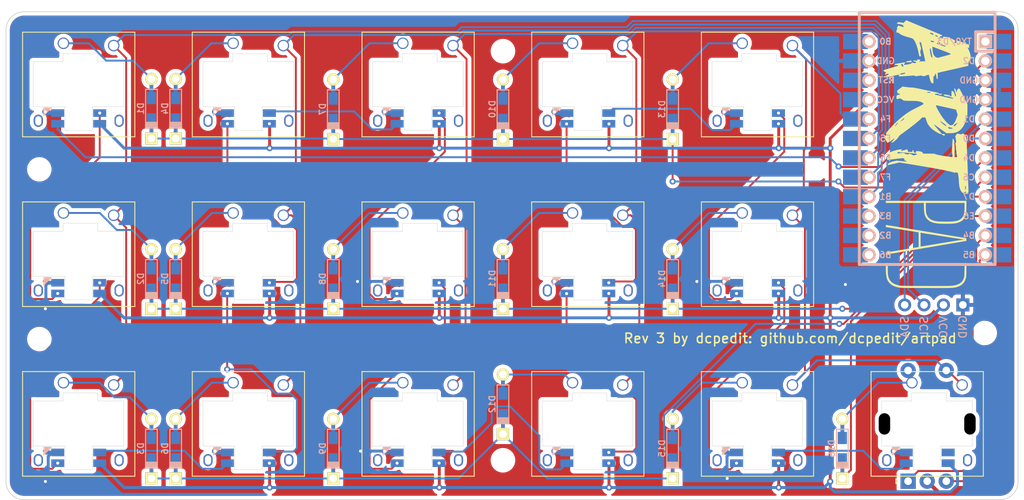
<source format=kicad_pcb>
(kicad_pcb (version 20211014) (generator pcbnew)
  (layers (0 "F.Cu" signal) (31 "B.Cu" signal) (34 "B.Paste" user) (35 "F.Paste" user) (36 "B.SilkS" user "B.Silkscreen") (37 "F.SilkS" user "F.Silkscreen") (38 "B.Mask" user) (39 "F.Mask" user) (44 "Edge.Cuts" user))
  (net 0 "")
  (net 1 "ENB")
  (net 2 "ENA")
  (net 3 "GND")
  (net 4 "Col0")
  (net 5 "Net-(D1-Pad2)")
  (net 6 "SDA")
  (net 7 "SCL")
  (net 8 "VDD")
  (net 9 "Net-(SW00-Pad2)")
  (net 10 "LED")
  (net 11 "Net-(D2-Pad2)")
  (net 12 "Net-(SW01-Pad2)")
  (net 13 "Net-(SW01-Pad4)")
  (net 14 "Net-(D3-Pad2)")
  (net 15 "Col1")
  (net 16 "Net-(SW02-Pad2)")
  (net 17 "Net-(D4-Pad2)")
  (net 18 "Col2")
  (net 19 "Net-(SW03-Pad2)")
  (net 20 "Net-(SW03-Pad4)")
  (net 21 "Net-(SW04-Pad2)")
  (net 22 "Net-(D5-Pad2)")
  (net 23 "Col3")
  (net 24 "Net-(SW10-Pad2)")
  (net 25 "Net-(D6-Pad2)")
  (net 26 "Net-(SW11-Pad4)")
  (net 27 "Net-(D7-Pad2)")
  (net 28 "Net-(SW12-Pad2)")
  (net 29 "Net-(D8-Pad2)")
  (net 30 "Net-(SW13-Pad4)")
  (net 31 "Net-(SW14-Pad2)")
  (net 32 "Net-(D9-Pad2)")
  (net 33 "Net-(SW20-Pad2)")
  (net 34 "Net-(D10-Pad2)")
  (net 35 "Net-(D11-Pad2)")
  (net 36 "Net-(SW22-Pad2)")
  (net 37 "Net-(D12-Pad2)")
  (net 38 "Net-(D13-Pad2)")
  (net 39 "Row0")
  (net 40 "Row2")
  (net 41 "Row3")
  (net 44 "Col4")
  (net 46 "Row1")
  (net 48 "Net-(D14-Pad2)")
  (net 49 "Net-(D15-Pad2)")
  (net 50 "Net-(D16-Pad2)")
  (net 51 "Net-(SW24-Pad2)")
  (footprint "Keebio-Parts:Diode-Hybrid-Back" (layer "F.Cu") (at 158.75 67.5375 -90)
    (fp_text reference "D13")
    (fp_text value "D" hide)
  )
  (footprint "Keebio-Parts:Diode-Hybrid-Back" (layer "F.Cu") (at 93.6625 67.46875 -90)
    (fp_text reference "D4")
    (fp_text value "D" hide)
  )
  (footprint "Artisan:SW_Kailh_Choc_Mini_RGB_1.00u" (layer "F.Cu") (at 125.4125 108.74375)
    (fp_text reference "SW22")
    (fp_text value "SW_PUSH_LED")
    (fp_line (start 2.5 -3) (end 2.5 -4.05) (layer "Edge.Cuts") (width 0.05))
    (fp_line (start -5.95 2.9) (end -1.8 2.9) (layer "Edge.Cuts") (width 0.05))
    (fp_line (start 1.8 5.992) (end 1.8 2.9) (layer "Edge.Cuts") (width 0.05))
    (fp_line (start -5.95 -3) (end -5.95 2.9) (layer "Edge.Cuts") (width 0.05))
    (fp_line (start 5.9 -3) (end 2.5 -3) (layer "Edge.Cuts") (width 0.05))
    (fp_line (start 2.5 -4.05) (end -2.05 -4.05) (layer "Edge.Cuts") (width 0.05))
    (fp_line (start -2.05 -4.05) (end -2.05 -3) (layer "Edge.Cuts") (width 0.05))
    (fp_line (start -1.8 5.992) (end 1.8 5.992) (layer "Edge.Cuts") (width 0.05))
    (fp_line (start 5.9 2.9) (end 5.9 -3) (layer "Edge.Cuts") (width 0.05))
    (fp_line (start -2.05 -3) (end -5.95 -3) (layer "Edge.Cuts") (width 0.05))
    (fp_line (start -1.8 2.9) (end -1.8 5.992) (layer "Edge.Cuts") (width 0.05))
    (fp_line (start 1.8 2.9) (end 5.9 2.9) (layer "Edge.Cuts") (width 0.05))
  )
  (footprint "Keebio-Parts:Diode-Hybrid-Back" (layer "F.Cu") (at 93.6625 111.9875 -90)
    (fp_text reference "D6")
    (fp_text value "D" hide)
  )
  (footprint "MountingHole:MountingHole_2.2mm_M2" (layer "F.Cu") (at 75.803125 97.63125)
    (fp_text reference "H2" hide)
    (fp_text value "MountingHole")
  )
  (footprint "MountingHole:MountingHole_2.2mm_M2" (layer "F.Cu") (at 177.403125 75.40625)
    (fp_text reference "H5" hide)
    (fp_text value "MountingHole")
  )
  (footprint "Artisan:SW_Kailh_Choc_Mini_RGB_1.00u" (layer "F.Cu") (at 80.9625 108.74375)
    (fp_text reference "SW20")
    (fp_text value "SW_PUSH_LED")
    (fp_line (start 5.9 2.9) (end 5.9 -3) (layer "Edge.Cuts") (width 0.05))
    (fp_line (start -1.8 2.9) (end -1.8 5.992) (layer "Edge.Cuts") (width 0.05))
    (fp_line (start 2.5 -4.05) (end -2.05 -4.05) (layer "Edge.Cuts") (width 0.05))
    (fp_line (start 1.8 5.992) (end 1.8 2.9) (layer "Edge.Cuts") (width 0.05))
    (fp_line (start 5.9 -3) (end 2.5 -3) (layer "Edge.Cuts") (width 0.05))
    (fp_line (start 1.8 2.9) (end 5.9 2.9) (layer "Edge.Cuts") (width 0.05))
    (fp_line (start -5.95 -3) (end -5.95 2.9) (layer "Edge.Cuts") (width 0.05))
    (fp_line (start -2.05 -3) (end -5.95 -3) (layer "Edge.Cuts") (width 0.05))
    (fp_line (start -2.05 -4.05) (end -2.05 -3) (layer "Edge.Cuts") (width 0.05))
    (fp_line (start -5.95 2.9) (end -1.8 2.9) (layer "Edge.Cuts") (width 0.05))
    (fp_line (start -1.8 5.992) (end 1.8 5.992) (layer "Edge.Cuts") (width 0.05))
    (fp_line (start 2.5 -3) (end 2.5 -4.05) (layer "Edge.Cuts") (width 0.05))
  )
  (footprint "Keebio-Parts:Diode-Hybrid-Back" (layer "F.Cu") (at 114.3 111.9875 -90)
    (fp_text reference "D9")
    (fp_text value "D" hide)
  )
  (footprint "Artisan:SW_Kailh_Choc_Mini_RGB_1.00u" (layer "F.Cu") (at 103.1875 86.51875)
    (fp_text reference "SW11")
    (fp_text value "SW_PUSH_LED")
    (fp_line (start -1.8 5.992) (end 1.8 5.992) (layer "Edge.Cuts") (width 0.05))
    (fp_line (start 5.9 -3) (end 2.5 -3) (layer "Edge.Cuts") (width 0.05))
    (fp_line (start 2.5 -3) (end 2.5 -4.05) (layer "Edge.Cuts") (width 0.05))
    (fp_line (start 1.8 2.9) (end 5.9 2.9) (layer "Edge.Cuts") (width 0.05))
    (fp_line (start -5.95 2.9) (end -1.8 2.9) (layer "Edge.Cuts") (width 0.05))
    (fp_line (start 5.9 2.9) (end 5.9 -3) (layer "Edge.Cuts") (width 0.05))
    (fp_line (start -2.05 -4.05) (end -2.05 -3) (layer "Edge.Cuts") (width 0.05))
    (fp_line (start -1.8 2.9) (end -1.8 5.992) (layer "Edge.Cuts") (width 0.05))
    (fp_line (start -2.05 -3) (end -5.95 -3) (layer "Edge.Cuts") (width 0.05))
    (fp_line (start -5.95 -3) (end -5.95 2.9) (layer "Edge.Cuts") (width 0.05))
    (fp_line (start 1.8 5.992) (end 1.8 2.9) (layer "Edge.Cuts") (width 0.05))
    (fp_line (start 2.5 -4.05) (end -2.05 -4.05) (layer "Edge.Cuts") (width 0.05))
  )
  (footprint "Keebio-Parts:Diode-Hybrid-Back" (layer "F.Cu") (at 114.3 67.5375 -90)
    (fp_text reference "D7")
    (fp_text value "D" hide)
  )
  (footprint "Keebio-Parts:Diode-Hybrid-Back" (layer "F.Cu") (at 114.3 89.7625 -90)
    (fp_text reference "D8")
    (fp_text value "D" hide)
  )
  (footprint "Keebio-Parts:Diode-Hybrid-Back" (layer "F.Cu") (at 136.525 67.5375 -90)
    (fp_text reference "D10")
    (fp_text value "D" hide)
  )
  (footprint "Artisan:SW_Kailh_Choc_Mini_RGB_1.00u" (layer "F.Cu") (at 169.8625 108.74375)
    (fp_text reference "SW24")
    (fp_text value "SW_PUSH_LED")
    (fp_line (start -2.05 -4.05) (end -2.05 -3) (layer "Edge.Cuts") (width 0.05))
    (fp_line (start -1.8 2.9) (end -1.8 5.992) (layer "Edge.Cuts") (width 0.05))
    (fp_line (start -2.05 -3) (end -5.95 -3) (layer "Edge.Cuts") (width 0.05))
    (fp_line (start 5.9 2.9) (end 5.9 -3) (layer "Edge.Cuts") (width 0.05))
    (fp_line (start 1.8 2.9) (end 5.9 2.9) (layer "Edge.Cuts") (width 0.05))
    (fp_line (start -5.95 -3) (end -5.95 2.9) (layer "Edge.Cuts") (width 0.05))
    (fp_line (start -5.95 2.9) (end -1.8 2.9) (layer "Edge.Cuts") (width 0.05))
    (fp_line (start 2.5 -3) (end 2.5 -4.05) (layer "Edge.Cuts") (width 0.05))
    (fp_line (start 5.9 -3) (end 2.5 -3) (layer "Edge.Cuts") (width 0.05))
    (fp_line (start 1.8 5.992) (end 1.8 2.9) (layer "Edge.Cuts") (width 0.05))
    (fp_line (start -1.8 5.992) (end 1.8 5.992) (layer "Edge.Cuts") (width 0.05))
    (fp_line (start 2.5 -4.05) (end -2.05 -4.05) (layer "Edge.Cuts") (width 0.05))
  )
  (footprint "Artisan:SW_Kailh_Choc_Mini_RGB_1.00u" (layer "F.Cu") (at 169.8625 64.29375)
    (fp_text reference "SW04")
    (fp_text value "SW_PUSH_LED")
    (fp_line (start 5.9 2.9) (end 5.9 -3) (layer "Edge.Cuts") (width 0.05))
    (fp_line (start -2.05 -3) (end -5.95 -3) (layer "Edge.Cuts") (width 0.05))
    (fp_line (start -5.95 -3) (end -5.95 2.9) (layer "Edge.Cuts") (width 0.05))
    (fp_line (start -2.05 -4.05) (end -2.05 -3) (layer "Edge.Cuts") (width 0.05))
    (fp_line (start -1.8 2.9) (end -1.8 5.992) (layer "Edge.Cuts") (width 0.05))
    (fp_line (start 2.5 -3) (end 2.5 -4.05) (layer "Edge.Cuts") (width 0.05))
    (fp_line (start 2.5 -4.05) (end -2.05 -4.05) (layer "Edge.Cuts") (width 0.05))
    (fp_line (start 5.9 -3) (end 2.5 -3) (layer "Edge.Cuts") (width 0.05))
    (fp_line (start 1.8 5.992) (end 1.8 2.9) (layer "Edge.Cuts") (width 0.05))
    (fp_line (start -1.8 5.992) (end 1.8 5.992) (layer "Edge.Cuts") (width 0.05))
    (fp_line (start 1.8 2.9) (end 5.9 2.9) (layer "Edge.Cuts") (width 0.05))
    (fp_line (start -5.95 2.9) (end -1.8 2.9) (layer "Edge.Cuts") (width 0.05))
  )
  (footprint "Artisan:SW_Kailh_Choc_Mini_RGB_1.00u" (layer "F.Cu") (at 169.8625 86.51875)
    (fp_text reference "SW14")
    (fp_text value "SW_PUSH_LED")
    (fp_line (start -2.05 -4.05) (end -2.05 -3) (layer "Edge.Cuts") (width 0.05))
    (fp_line (start 2.5 -3) (end 2.5 -4.05) (layer "Edge.Cuts") (width 0.05))
    (fp_line (start 5.9 -3) (end 2.5 -3) (layer "Edge.Cuts") (width 0.05))
    (fp_line (start -5.95 2.9) (end -1.8 2.9) (layer "Edge.Cuts") (width 0.05))
    (fp_line (start 1.8 2.9) (end 5.9 2.9) (layer "Edge.Cuts") (width 0.05))
    (fp_line (start 1.8 5.992) (end 1.8 2.9) (layer "Edge.Cuts") (width 0.05))
    (fp_line (start -1.8 2.9) (end -1.8 5.992) (layer "Edge.Cuts") (width 0.05))
    (fp_line (start -1.8 5.992) (end 1.8 5.992) (layer "Edge.Cuts") (width 0.05))
    (fp_line (start -2.05 -3) (end -5.95 -3) (layer "Edge.Cuts") (width 0.05))
    (fp_line (start -5.95 -3) (end -5.95 2.9) (layer "Edge.Cuts") (width 0.05))
    (fp_line (start 5.9 2.9) (end 5.9 -3) (layer "Edge.Cuts") (width 0.05))
    (fp_line (start 2.5 -4.05) (end -2.05 -4.05) (layer "Edge.Cuts") (width 0.05))
  )
  (footprint "Keebio-Parts:Diode-Hybrid-Back" (layer "F.Cu") (at 93.6625 89.7625 -90)
    (fp_text reference "D5")
    (fp_text value "D" hide)
  )
  (footprint "Artisan:SW_Kailh_Choc_Mini_RGB_1.00u" (layer "F.Cu") (at 103.1875 108.74375)
    (fp_text reference "SW21")
    (fp_text value "SW_PUSH_LED")
    (fp_line (start -1.8 5.992) (end 1.8 5.992) (layer "Edge.Cuts") (width 0.05))
    (fp_line (start 5.9 -3) (end 2.5 -3) (layer "Edge.Cuts") (width 0.05))
    (fp_line (start -5.95 2.9) (end -1.8 2.9) (layer "Edge.Cuts") (width 0.05))
    (fp_line (start 2.5 -3) (end 2.5 -4.05) (layer "Edge.Cuts") (width 0.05))
    (fp_line (start 5.9 2.9) (end 5.9 -3) (layer "Edge.Cuts") (width 0.05))
    (fp_line (start -2.05 -3) (end -5.95 -3) (layer "Edge.Cuts") (width 0.05))
    (fp_line (start 1.8 5.992) (end 1.8 2.9) (layer "Edge.Cuts") (width 0.05))
    (fp_line (start 1.8 2.9) (end 5.9 2.9) (layer "Edge.Cuts") (width 0.05))
    (fp_line (start -1.8 2.9) (end -1.8 5.992) (layer "Edge.Cuts") (width 0.05))
    (fp_line (start 2.5 -4.05) (end -2.05 -4.05) (layer "Edge.Cuts") (width 0.05))
    (fp_line (start -2.05 -4.05) (end -2.05 -3) (layer "Edge.Cuts") (width 0.05))
    (fp_line (start -5.95 -3) (end -5.95 2.9) (layer "Edge.Cuts") (width 0.05))
  )
  (footprint "Custom_Footprints:SSD1306_OLED" (layer "F.Cu") (at 192.9475 75.40625 90)
    (fp_text reference "J1")
    (fp_text value "OLED")
  )
  (footprint "Artisan:SW_Kailh_Choc_Mini_RGB_1.00u" (layer "F.Cu") (at 192.0875 108.74375)
    (fp_text reference "SW34")
    (fp_text value "SW_PUSH_LED")
    (fp_line (start -5.95 2.9) (end -1.8 2.9) (layer "Edge.Cuts") (width 0.05))
    (fp_line (start 2.5 -3) (end 2.5 -4.05) (layer "Edge.Cuts") (width 0.05))
    (fp_line (start 1.8 2.9) (end 5.9 2.9) (layer "Edge.Cuts") (width 0.05))
    (fp_line (start 1.8 5.992) (end 1.8 2.9) (layer "Edge.Cuts") (width 0.05))
    (fp_line (start 2.5 -4.05) (end -2.05 -4.05) (layer "Edge.Cuts") (width 0.05))
    (fp_line (start -2.05 -3) (end -5.95 -3) (layer "Edge.Cuts") (width 0.05))
    (fp_line (start -5.95 -3) (end -5.95 2.9) (layer "Edge.Cuts") (width 0.05))
    (fp_line (start 5.9 -3) (end 2.5 -3) (layer "Edge.Cuts") (width 0.05))
    (fp_line (start -1.8 5.992) (end 1.8 5.992) (layer "Edge.Cuts") (width 0.05))
    (fp_line (start 5.9 2.9) (end 5.9 -3) (layer "Edge.Cuts") (width 0.05))
    (fp_line (start -1.8 2.9) (end -1.8 5.992) (layer "Edge.Cuts") (width 0.05))
    (fp_line (start -2.05 -4.05) (end -2.05 -3) (layer "Edge.Cuts") (width 0.05))
  )
  (footprint "MountingHole:MountingHole_2.2mm_M2" (layer "F.Cu") (at 199.628125 96.8375)
    (fp_text reference "H6" hide)
    (fp_text value "MountingHole")
  )
  (footprint "Keebio-Parts:Diode-Hybrid-Back" (layer "F.Cu") (at 136.525 106.175 -90)
    (fp_text reference "D12")
    (fp_text value "D" hide)
  )
  (footprint "MountingHole:MountingHole_2.2mm_M2" (layer "F.Cu") (at 136.525 113.50625)
    (fp_text reference "H4" hide)
    (fp_text value "MountingHole")
  )
  (footprint "Artisan:SW_Kailh_Choc_Mini_RGB_1.00u" (layer "F.Cu") (at 147.6375 86.51875)
    (fp_text reference "SW13")
    (fp_text value "SW_PUSH_LED")
    (fp_line (start 5.9 -3) (end 2.5 -3) (layer "Edge.Cuts") (width 0.05))
    (fp_line (start -2.05 -4.05) (end -2.05 -3) (layer "Edge.Cuts") (width 0.05))
    (fp_line (start 1.8 5.992) (end 1.8 2.9) (layer "Edge.Cuts") (width 0.05))
    (fp_line (start 2.5 -4.05) (end -2.05 -4.05) (layer "Edge.Cuts") (width 0.05))
    (fp_line (start -1.8 2.9) (end -1.8 5.992) (layer "Edge.Cuts") (width 0.05))
    (fp_line (start -2.05 -3) (end -5.95 -3) (layer "Edge.Cuts") (width 0.05))
    (fp_line (start -1.8 5.992) (end 1.8 5.992) (layer "Edge.Cuts") (width 0.05))
    (fp_line (start 1.8 2.9) (end 5.9 2.9) (layer "Edge.Cuts") (width 0.05))
    (fp_line (start -5.95 2.9) (end -1.8 2.9) (layer "Edge.Cuts") (width 0.05))
    (fp_line (start 2.5 -3) (end 2.5 -4.05) (layer "Edge.Cuts") (width 0.05))
    (fp_line (start -5.95 -3) (end -5.95 2.9) (layer "Edge.Cuts") (width 0.05))
    (fp_line (start 5.9 2.9) (end 5.9 -3) (layer "Edge.Cuts") (width 0.05))
  )
  (footprint "Artisan:SW_Kailh_Choc_Mini_RGB_1.00u" (layer "F.Cu") (at 147.6375 108.74375)
    (fp_text reference "SW23")
    (fp_text value "SW_PUSH_LED")
    (fp_line (start -1.8 5.992) (end 1.8 5.992) (layer "Edge.Cuts") (width 0.05))
    (fp_line (start 1.8 5.992) (end 1.8 2.9) (layer "Edge.Cuts") (width 0.05))
    (fp_line (start 5.9 -3) (end 2.5 -3) (layer "Edge.Cuts") (width 0.05))
    (fp_line (start 5.9 2.9) (end 5.9 -3) (layer "Edge.Cuts") (width 0.05))
    (fp_line (start -2.05 -4.05) (end -2.05 -3) (layer "Edge.Cuts") (width 0.05))
    (fp_line (start -5.95 -3) (end -5.95 2.9) (layer "Edge.Cuts") (width 0.05))
    (fp_line (start 1.8 2.9) (end 5.9 2.9) (layer "Edge.Cuts") (width 0.05))
    (fp_line (start -2.05 -3) (end -5.95 -3) (layer "Edge.Cuts") (width 0.05))
    (fp_line (start -1.8 2.9) (end -1.8 5.992) (layer "Edge.Cuts") (width 0.05))
    (fp_line (start 2.5 -3) (end 2.5 -4.05) (layer "Edge.Cuts") (width 0.05))
    (fp_line (start -5.95 2.9) (end -1.8 2.9) (layer "Edge.Cuts") (width 0.05))
    (fp_line (start 2.5 -4.05) (end -2.05 -4.05) (layer "Edge.Cuts") (width 0.05))
  )
  (footprint "Artisan:logo" (layer "F.Cu") (at 192.0875 73.421875 -90)
    (fp_text reference "G***" hide)
    (fp_text value "LOGO" hide)
  )
  (footprint "Artisan:SW_Kailh_Choc_Mini_RGB_1.00u" (layer "F.Cu") (at 80.9625 86.51875)
    (fp_text reference "SW10")
    (fp_text value "SW_PUSH_LED")
    (fp_line (start -5.95 2.9) (end -1.8 2.9) (layer "Edge.Cuts") (width 0.05))
    (fp_line (start 2.5 -3) (end 2.5 -4.05) (layer "Edge.Cuts") (width 0.05))
    (fp_line (start 5.9 -3) (end 2.5 -3) (layer "Edge.Cuts") (width 0.05))
    (fp_line (start 5.9 2.9) (end 5.9 -3) (layer "Edge.Cuts") (width 0.05))
    (fp_line (start -2.05 -4.05) (end -2.05 -3) (layer "Edge.Cuts") (width 0.05))
    (fp_line (start -5.95 -3) (end -5.95 2.9) (layer "Edge.Cuts") (width 0.05))
    (fp_line (start 1.8 5.992) (end 1.8 2.9) (layer "Edge.Cuts") (width 0.05))
    (fp_line (start 1.8 2.9) (end 5.9 2.9) (layer "Edge.Cuts") (width 0.05))
    (fp_line (start -2.05 -3) (end -5.95 -3) (layer "Edge.Cuts") (width 0.05))
    (fp_line (start 2.5 -4.05) (end -2.05 -4.05) (layer "Edge.Cuts") (width 0.05))
    (fp_line (start -1.8 5.992) (end 1.8 5.992) (layer "Edge.Cuts") (width 0.05))
    (fp_line (start -1.8 2.9) (end -1.8 5.992) (layer "Edge.Cuts") (width 0.05))
  )
  (footprint "Keebio-Parts:Diode-Hybrid-Back" (layer "F.Cu") (at 158.75 111.9875 -90)
    (fp_text reference "D15")
    (fp_text value "D" hide)
  )
  (footprint "Artisan:SW_Kailh_Choc_Mini_RGB_1.00u" (layer "F.Cu") (at 80.9625 64.29375)
    (fp_text reference "SW00")
    (fp_text value "SW_PUSH_LED")
    (fp_line (start 2.5 -3) (end 2.5 -4.05) (layer "Edge.Cuts") (width 0.05))
    (fp_line (start -5.95 2.9) (end -1.8 2.9) (layer "Edge.Cuts") (width 0.05))
    (fp_line (start -5.95 -3) (end -5.95 2.9) (layer "Edge.Cuts") (width 0.05))
    (fp_line (start 1.8 5.992) (end 1.8 2.9) (layer "Edge.Cuts") (width 0.05))
    (fp_line (start 5.9 -3) (end 2.5 -3) (layer "Edge.Cuts") (width 0.05))
    (fp_line (start -1.8 5.992) (end 1.8 5.992) (layer "Edge.Cuts") (width 0.05))
    (fp_line (start 2.5 -4.05) (end -2.05 -4.05) (layer "Edge.Cuts") (width 0.05))
    (fp_line (start -2.05 -4.05) (end -2.05 -3) (layer "Edge.Cuts") (width 0.05))
    (fp_line (start -1.8 2.9) (end -1.8 5.992) (layer "Edge.Cuts") (width 0.05))
    (fp_line (start 5.9 2.9) (end 5.9 -3) (layer "Edge.Cuts") (width 0.05))
    (fp_line (start -2.05 -3) (end -5.95 -3) (layer "Edge.Cuts") (width 0.05))
    (fp_line (start 1.8 2.9) (end 5.9 2.9) (layer "Edge.Cuts") (width 0.05))
  )
  (footprint "Artisan:SW_Kailh_Choc_Mini_RGB_1.00u" (layer "F.Cu") (at 103.1875 64.29375)
    (fp_text reference "SW01")
    (fp_text value "SW_PUSH_LED")
    (fp_line (start 5.9 2.9) (end 5.9 -3) (layer "Edge.Cuts") (width 0.05))
    (fp_line (start -2.05 -3) (end -5.95 -3) (layer "Edge.Cuts") (width 0.05))
    (fp_line (start -2.05 -4.05) (end -2.05 -3) (layer "Edge.Cuts") (width 0.05))
    (fp_line (start 1.8 2.9) (end 5.9 2.9) (layer "Edge.Cuts") (width 0.05))
    (fp_line (start 2.5 -3) (end 2.5 -4.05) (layer "Edge.Cuts") (width 0.05))
    (fp_line (start -1.8 2.9) (end -1.8 5.992) (layer "Edge.Cuts") (width 0.05))
    (fp_line (start 2.5 -4.05) (end -2.05 -4.05) (layer "Edge.Cuts") (width 0.05))
    (fp_line (start 1.8 5.992) (end 1.8 2.9) (layer "Edge.Cuts") (width 0.05))
    (fp_line (start -5.95 -3) (end -5.95 2.9) (layer "Edge.Cuts") (width 0.05))
    (fp_line (start -5.95 2.9) (end -1.8 2.9) (layer "Edge.Cuts") (width 0.05))
    (fp_line (start -1.8 5.992) (end 1.8 5.992) (layer "Edge.Cuts") (width 0.05))
    (fp_line (start 5.9 -3) (end 2.5 -3) (layer "Edge.Cuts") (width 0.05))
  )
  (footprint "Keebio-Parts:Diode-Hybrid-Back" (layer "F.Cu") (at 90.4875 89.7625 -90)
    (fp_text reference "D2")
    (fp_text value "D" hide)
  )
  (footprint "Artisan:SW_Kailh_Choc_Mini_RGB_1.00u" (layer "F.Cu") (at 147.6375 64.29375)
    (fp_text reference "SW03")
    (fp_text value "SW_PUSH_LED")
    (fp_line (start 1.8 5.992) (end 1.8 2.9) (layer "Edge.Cuts") (width 0.05))
    (fp_line (start 2.5 -4.05) (end -2.05 -4.05) (layer "Edge.Cuts") (width 0.05))
    (fp_line (start -2.05 -3) (end -5.95 -3) (layer "Edge.Cuts") (width 0.05))
    (fp_line (start 1.8 2.9) (end 5.9 2.9) (layer "Edge.Cuts") (width 0.05))
    (fp_line (start -2.05 -4.05) (end -2.05 -3) (layer "Edge.Cuts") (width 0.05))
    (fp_line (start -1.8 2.9) (end -1.8 5.992) (layer "Edge.Cuts") (width 0.05))
    (fp_line (start 5.9 2.9) (end 5.9 -3) (layer "Edge.Cuts") (width 0.05))
    (fp_line (start -5.95 2.9) (end -1.8 2.9) (layer "Edge.Cuts") (width 0.05))
    (fp_line (start 2.5 -3) (end 2.5 -4.05) (layer "Edge.Cuts") (width 0.05))
    (fp_line (start -5.95 -3) (end -5.95 2.9) (layer "Edge.Cuts") (width 0.05))
    (fp_line (start 5.9 -3) (end 2.5 -3) (layer "Edge.Cuts") (width 0.05))
    (fp_line (start -1.8 5.992) (end 1.8 5.992) (layer "Edge.Cuts") (width 0.05))
  )
  (footprint "MountingHole:MountingHole_2.2mm_M2" (layer "F.Cu") (at 136.525 59.928125)
    (fp_text reference "H3" hide)
    (fp_text value "MountingHole")
  )
  (footprint "Keebio-Parts:RotaryEncoder_EC11_Nonplated" (layer "F.Cu") (at 192.0875 108.74375 90)
    (fp_text reference "EN1")
    (fp_text value "Rotary_Encoder_Switch")
  )
  (footprint "Artisan:SW_Kailh_Choc_Mini_RGB_1.00u" (layer "F.Cu") (at 125.4125 86.51875)
    (fp_text reference "SW12")
    (fp_text value "SW_PUSH_LED")
    (fp_line (start -1.8 5.992) (end 1.8 5.992) (layer "Edge.Cuts") (width 0.05))
    (fp_line (start -2.05 -3) (end -5.95 -3) (layer "Edge.Cuts") (width 0.05))
    (fp_line (start 5.9 -3) (end 2.5 -3) (layer "Edge.Cuts") (width 0.05))
    (fp_line (start 2.5 -3) (end 2.5 -4.05) (layer "Edge.Cuts") (width 0.05))
    (fp_line (start 5.9 2.9) (end 5.9 -3) (layer "Edge.Cuts") (width 0.05))
    (fp_line (start -1.8 2.9) (end -1.8 5.992) (layer "Edge.Cuts") (width 0.05))
    (fp_line (start 1.8 2.9) (end 5.9 2.9) (layer "Edge.Cuts") (width 0.05))
    (fp_line (start -2.05 -4.05) (end -2.05 -3) (layer "Edge.Cuts") (width 0.05))
    (fp_line (start 1.8 5.992) (end 1.8 2.9) (layer "Edge.Cuts") (width 0.05))
    (fp_line (start 2.5 -4.05) (end -2.05 -4.05) (layer "Edge.Cuts") (width 0.05))
    (fp_line (start -5.95 -3) (end -5.95 2.9) (layer "Edge.Cuts") (width 0.05))
    (fp_line (start -5.95 2.9) (end -1.8 2.9) (layer "Edge.Cuts") (width 0.05))
  )
  (footprint "MountingHole:MountingHole_2.2mm_M2" (layer "F.Cu") (at 75.803125 75.40625)
    (fp_text reference "H1" hide)
    (fp_text value "MountingHole")
  )
  (footprint "Artisan:SW_Kailh_Choc_Mini_RGB_1.00u" (layer "F.Cu") (at 125.4125 64.29375)
    (fp_text reference "SW02")
    (fp_text value "SW_PUSH_LED")
    (fp_line (start -1.8 5.992) (end 1.8 5.992) (layer "Edge.Cuts") (width 0.05))
    (fp_line (start 5.9 -3) (end 2.5 -3) (layer "Edge.Cuts") (width 0.05))
    (fp_line (start -2.05 -4.05) (end -2.05 -3) (layer "Edge.Cuts") (width 0.05))
    (fp_line (start 2.5 -3) (end 2.5 -4.05) (layer "Edge.Cuts") (width 0.05))
    (fp_line (start 2.5 -4.05) (end -2.05 -4.05) (layer "Edge.Cuts") (width 0.05))
    (fp_line (start 1.8 5.992) (end 1.8 2.9) (layer "Edge.Cuts") (width 0.05))
    (fp_line (start 5.9 2.9) (end 5.9 -3) (layer "Edge.Cuts") (width 0.05))
    (fp_line (start -2.05 -3) (end -5.95 -3) (layer "Edge.Cuts") (width 0.05))
    (fp_line (start 1.8 2.9) (end 5.9 2.9) (layer "Edge.Cuts") (width 0.05))
    (fp_line (start -5.95 2.9) (end -1.8 2.9) (layer "Edge.Cuts") (width 0.05))
    (fp_line (start -1.8 2.9) (end -1.8 5.992) (layer "Edge.Cuts") (width 0.05))
    (fp_line (start -5.95 -3) (end -5.95 2.9) (layer "Edge.Cuts") (width 0.05))
  )
  (footprint "Keebio-Parts:Diode-Hybrid-Back" (layer "F.Cu") (at 158.75 89.7625 -90)
    (fp_text reference "D14")
    (fp_text value "D" hide)
  )
  (footprint "Keebio-Parts:Diode-Hybrid-Back" (layer "F.Cu") (at 90.4875 111.9875 -90)
    (fp_text reference "D3")
    (fp_text value "D" hide)
  )
  (footprint "Keebio-Parts:Diode-Hybrid-Back" (layer "F.Cu") (at 180.975 111.9875 -90)
    (fp_text reference "D16")
    (fp_text value "D" hide)
  )
  (footprint "Keebio-Parts:Diode-Hybrid-Back" (layer "F.Cu") (at 90.4875 67.46875 -90)
    (fp_text reference "D1")
    (fp_text value "D" hide)
  )
  (footprint "Keebio-Parts:Diode-Hybrid-Back" (layer "F.Cu") (at 136.525 89.7625 -90)
    (fp_text reference "D11")
    (fp_text value "D" hide)
  )
  (footprint "Keebio-Parts:Elite-C-castellated-24pin-holes" (layer "B.Cu") (at 192.0875 72.6305 -90)
    (fp_text reference "U1" hide)
    (fp_text value "ProMicro" hide)
  )
  (gr_line (start 73.81875 54.76875) (end 201.6125 54.76875) (layer "Edge.Cuts") (width 0.1))
  (gr_line (start 201.6125 118.665625) (end 73.81875 118.665625) (layer "Edge.Cuts") (width 0.1))
  (gr_line (start 71.4375 57.15) (end 71.4375 116.284375) (layer "Edge.Cuts") (width 0.1))
  (gr_arc (start 201.6125 54.76875) (mid 203.296298 55.466202) (end 203.99375 57.15) (layer "Edge.Cuts") (width 0.1))
  (gr_line (start 203.99375 57.15) (end 203.99375 116.284375) (layer "Edge.Cuts") (width 0.1))
  (gr_arc (start 203.99375 116.284375) (mid 203.296298 117.968173) (end 201.6125 118.665625) (layer "Edge.Cuts") (width 0.1))
  (gr_arc (start 73.81875 118.665625) (mid 72.134952 117.968173) (end 71.4375 116.284375) (layer "Edge.Cuts") (width 0.1))
  (gr_arc (start 71.4375 57.15) (mid 72.134952 55.466202) (end 73.81875 54.76875) (layer "Edge.Cuts") (width 0.1))
  (gr_text "Rev 3 by dcpedit: github.com/dcpedit/artpad" (at 196.05625 97.536) (layer "F.SilkS") (effects (font (size 1.25 1.25) (thickness 0.2)) (justify right)))
  (segment (start 197.976293 114.919239) (end 199.178605 113.716927) (width 0.25) (layer "F.Cu") (net 1))
  (segment (start 197.591105 98.214322) (end 197.591105 95.460677) (width 0.25) (layer "F.Cu") (net 1))
  (segment (start 199.178605 113.716927) (end 199.178605 99.801823) (width 0.25) (layer "F.Cu") (net 1))
  (segment (start 189.5875 116.24375) (end 190.912011 114.919239) (width 0.25) (layer "F.Cu") (net 1))
  (segment (start 198.506689 94.545093) (end 198.506689 85.261311) (width 0.25) (layer "F.Cu") (net 1))
  (segment (start 199.178605 99.801823) (end 197.591105 98.214322) (width 0.25) (layer "F.Cu") (net 1))
  (segment (start 190.912011 114.919239) (end 197.976293 114.919239) (width 0.25) (layer "F.Cu") (net 1))
  (segment (start 198.506689 85.261311) (end 199.7075 84.0605) (width 0.25) (layer "F.Cu") (net 1))
  (segment (start 197.591105 95.460677) (end 198.506689 94.545093) (width 0.25) (layer "F.Cu") (net 1))
  (segment (start 198.040625 95.646875) (end 198.956209 94.731291) (width 0.25) (layer "F.Cu") (net 2))
  (segment (start 198.956209 87.351791) (end 199.7075 86.6005) (width 0.25) (layer "F.Cu") (net 2))
  (segment (start 194.5875 116.24375) (end 197.2875 116.24375) (width 0.25) (layer "F.Cu") (net 2))
  (segment (start 197.2875 116.24375) (end 199.628125 113.903125) (width 0.25) (layer "F.Cu") (net 2))
  (segment (start 198.040625 98.028125) (end 198.040625 95.646875) (width 0.25) (layer "F.Cu") (net 2))
  (segment (start 199.628125 99.615625) (end 198.040625 98.028125) (width 0.25) (layer "F.Cu") (net 2))
  (segment (start 198.956209 94.731291) (end 198.956209 87.351791) (width 0.25) (layer "F.Cu") (net 2))
  (segment (start 199.628125 113.903125) (end 199.628125 99.615625) (width 0.25) (layer "F.Cu") (net 2))
  (via (at 143.271875 90.090625) (size 0.8) (drill 0.4) (layers "F.Cu" "B.Cu") (net 3))
  (via (at 161.925 90.090625) (size 0.8) (drill 0.4) (layers "F.Cu" "B.Cu") (net 3))
  (via (at 165.496875 90.090625) (size 0.8) (drill 0.4) (layers "F.Cu" "B.Cu") (net 3))
  (via (at 165.89375 115.8875) (size 0.8) (drill 0.4) (layers "F.Cu" "B.Cu") (net 3))
  (via (at 117.871875 112.315625) (size 0.8) (drill 0.4) (layers "F.Cu" "B.Cu") (net 3))
  (via (at 143.271875 67.865625) (size 0.8) (drill 0.4) (layers "F.Cu" "B.Cu") (net 3))
  (via (at 121.046875 112.315625) (size 0.8) (drill 0.4) (layers "F.Cu" "B.Cu") (net 3))
  (via (at 187.721875 112.315625) (size 0.8) (drill 0.4) (layers "F.Cu" "B.Cu") (net 3))
  (via (at 76.596875 67.865625) (size 0.8) (drill 0.4) (layers "F.Cu" "B.Cu") (net 3))
  (via (at 143.271875 112.315625) (size 0.8) (drill 0.4) (layers "F.Cu" "B.Cu") (net 3))
  (via (at 117.475 90.090625) (size 0.8) (drill 0.4) (layers "F.Cu" "B.Cu") (net 3))
  (via (at 98.821875 90.090625) (size 0.8) (drill 0.4) (layers "F.Cu" "B.Cu") (net 3))
  (via (at 121.046875 90.090625) (size 0.8) (drill 0.4) (layers "F.Cu" "B.Cu") (net 3))
  (via (at 98.821875 112.315625) (size 0.8) (drill 0.4) (layers "F.Cu" "B.Cu") (net 3))
  (via (at 121.046875 67.865625) (size 0.8) (drill 0.4) (layers "F.Cu" "B.Cu") (net 3))
  (via (at 76.596875 116.284375) (size 0.8) (drill 0.4) (layers "F.Cu" "B.Cu") (net 3))
  (via (at 181.371875 90.4875) (size 0.8) (drill 0.4) (layers "F.Cu" "B.Cu") (net 3))
  (via (at 165.496875 67.865625) (size 0.8) (drill 0.4) (layers "F.Cu" "B.Cu") (net 3))
  (via (at 76.596875 93.6625) (size 0.8) (drill 0.4) (layers "F.Cu" "B.Cu") (net 3))
  (via (at 98.821875 67.865625) (size 0.8) (drill 0.4) (layers "F.Cu" "B.Cu") (net 3))
  (segment (start 165.48498 90.07873) (end 161.936895 90.07873) (width 0.381) (layer "B.Cu") (net 3))
  (segment (start 165.872489 112.995739) (end 165.872489 115.866239) (width 0.381) (layer "B.Cu") (net 3))
  (segment (start 76.972489 112.995739) (end 76.972489 115.908761) (width 0.381) (layer "B.Cu") (net 3))
  (segment (start 167.1125 112.48575) (end 166.382478 112.48575) (width 0.381) (layer "B.Cu") (net 3))
  (segment (start 165.496875 90.090625) (end 165.48498 90.07873) (width 0.381) (layer "B.Cu") (net 3))
  (segment (start 117.871875 112.315625) (end 117.88377 112.30373) (width 0.381) (layer "B.Cu") (net 3))
  (segment (start 78.2125 112.48575) (end 77.482478 112.48575) (width 0.381) (layer "B.Cu") (net 3))
  (segment (start 166.382478 112.48575) (end 165.872489 112.995739) (width 0.381) (layer "B.Cu") (net 3))
  (segment (start 76.9815 90.26075) (end 78.2125 90.26075) (width 0.381) (layer "B.Cu") (net 3))
  (segment (start 76.596875 93.6625) (end 76.66252 93.596855) (width 0.381) (layer "B.Cu") (net 3))
  (segment (start 76.66252 90.57973) (end 76.9815 90.26075) (width 0.381) (layer "B.Cu") (net 3))
  (segment (start 117.475 90.090625) (end 117.486895 90.07873) (width 0.381) (layer "B.Cu") (net 3))
  (segment (start 161.936895 90.07873) (end 161.925 90.090625) (width 0.381) (layer "B.Cu") (net 3))
  (segment (start 117.88377 112.30373) (end 121.03498 112.30373) (width 0.381) (layer "B.Cu") (net 3))
  (segment (start 77.482478 112.48575) (end 76.972489 112.995739) (width 0.381) (layer "B.Cu") (net 3))
  (segment (start 121.03498 112.30373) (end 121.046875 112.315625) (width 0.381) (layer "B.Cu") (net 3))
  (segment (start 117.486895 90.07873) (end 121.03498 90.07873) (width 0.381) (layer "B.Cu") (net 3))
  (segment (start 76.972489 115.908761) (end 76.596875 116.284375) (width 0.381) (layer "B.Cu") (net 3))
  (segment (start 76.66252 93.596855) (end 76.66252 90.57973) (width 0.381) (layer "B.Cu") (net 3))
  (segment (start 165.872489 115.866239) (end 165.89375 115.8875) (width 0.381) (layer "B.Cu") (net 3))
  (segment (start 121.03498 90.07873) (end 121.046875 90.090625) (width 0.381) (layer "B.Cu") (net 3))
  (segment (start 87.17702 60.82827) (end 87.17702 79.78423) (width 0.25) (layer "F.Cu") (net 4))
  (segment (start 87.17702 79.78423) (end 85.5425 81.41875) (width 0.25) (layer "F.Cu") (net 4))
  (segment (start 87.17702 83.05327) (end 87.17702 102.00923) (width 0.25) (layer "F.Cu") (net 4))
  (segment (start 87.17702 102.00923) (end 85.5425 103.64375) (width 0.25) (layer "F.Cu") (net 4))
  (segment (start 85.5425 59.19375) (end 87.17702 60.82827) (width 0.25) (layer "F.Cu") (net 4))
  (segment (start 85.5425 81.41875) (end 87.17702 83.05327) (width 0.25) (layer "F.Cu") (net 4))
  (segment (start 186.567351 71.167803) (end 186.567351 73.072085) (width 0.25) (layer "B.Cu") (net 4))
  (segment (start 152.719388 56.78471) (end 153.51667 55.987429) (width 0.25) (layer "B.Cu") (net 4))
  (segment (start 108.506293 57.819239) (end 108.955814 57.369719) (width 0.25) (layer "B.Cu") (net 4))
  (segment (start 130.510188 57.369719) (end 130.849329 57.030579) (width 0.25) (layer "B.Cu") (net 4))
  (segment (start 185.668311 77.779689) (end 184.4675 78.9805) (width 0.25) (layer "B.Cu") (net 4))
  (segment (start 131.095198 56.78471) (end 152.719388 56.78471) (width 0.25) (layer "B.Cu") (net 4))
  (segment (start 185.399785 55.987429) (end 187.08606 57.673705) (width 0.25) (layer "B.Cu") (net 4))
  (segment (start 130.849329 57.030579) (end 131.095198 56.78471) (width 0.25) (layer "B.Cu") (net 4))
  (segment (start 185.668311 75.875407) (end 185.668311 77.779689) (width 0.25) (layer "B.Cu") (net 4))
  (segment (start 186.117831 73.521605) (end 186.117831 75.425887) (width 0.25) (layer "B.Cu") (net 4))
  (segment (start 86.917011 57.819239) (end 108.506293 57.819239) (width 0.25) (layer "B.Cu") (net 4))
  (segment (start 153.51667 55.987429) (end 185.399785 55.987429) (width 0.25) (layer "B.Cu") (net 4))
  (segment (start 186.567351 73.072085) (end 186.117831 73.521605) (width 0.25) (layer "B.Cu") (net 4))
  (segment (start 187.08606 70.649094) (end 186.567351 71.167803) (width 0.25) (layer "B.Cu") (net 4))
  (segment (start 186.117831 75.425887) (end 185.668311 75.875407) (width 0.25) (layer "B.Cu") (net 4))
  (segment (start 85.5425 59.19375) (end 86.917011 57.819239) (width 0.25) (layer "B.Cu") (net 4))
  (segment (start 108.955814 57.369719) (end 130.510188 57.369719) (width 0.25) (layer "B.Cu") (net 4))
  (segment (start 187.08606 57.673705) (end 187.08606 70.649094) (width 0.25) (layer "B.Cu") (net 4))
  (segment (start 88.08748 61.16873) (end 90.4875 63.56875) (width 0.25) (layer "B.Cu") (net 5))
  (segment (start 78.9625 58.89375) (end 82.289304 58.89375) (width 0.25) (layer "B.Cu") (net 5))
  (segment (start 84.564284 61.16873) (end 88.08748 61.16873) (width 0.25) (layer "B.Cu") (net 5))
  (segment (start 82.289304 58.89375) (end 84.564284 61.16873) (width 0.25) (layer "B.Cu") (net 5))
  (segment (start 189.1375 93.16075) (end 189.1375 79.3905) (width 0.25) (layer "B.Cu") (net 6))
  (segment (start 189.1375 79.3905) (end 199.7075 68.8205) (width 0.25) (layer "B.Cu") (net 6))
  (segment (start 189.58702 79.576698) (end 197.803218 71.3605) (width 0.25) (layer "B.Cu") (net 7))
  (segment (start 191.6775 93.16075) (end 189.58702 91.07027) (width 0.25) (layer "B.Cu") (net 7))
  (segment (start 197.803218 71.3605) (end 199.7075 71.3605) (width 0.25) (layer "B.Cu") (net 7))
  (segment (start 189.58702 91.07027) (end 189.58702 79.576698) (width 0.25) (layer "B.Cu") (net 7))
  (segment (start 179.3875 72.628125) (end 179.3875 94.853125) (width 0.381) (layer "F.Cu") (net 8))
  (segment (start 105.965625 91.688875) (end 105.9375 91.66075) (width 0.381) (layer "F.Cu") (net 8))
  (segment (start 172.640625 72.628125) (end 172.640625 69.463875) (width 0.381) (layer "F.Cu") (net 8))
  (segment (start 150.415625 113.913875) (end 150.3875 113.88575) (width 0.381) (layer "F.Cu") (net 8))
  (segment (start 105.965625 94.853125) (end 105.965625 91.688875) (width 0.381) (layer "F.Cu") (net 8))
  (segment (start 105.965625 69.463875) (end 105.9375 69.43575) (width 0.381) (layer "F.Cu") (net 8))
  (segment (start 105.965625 117.078125) (end 105.965625 113.913875) (width 0.381) (layer "F.Cu") (net 8))
  (segment (start 128.190625 94.853125) (end 128.190625 91.688875) (width 0.381) (layer "F.Cu") (net 8))
  (segment (start 105.965625 72.628125) (end 105.965625 69.463875) (width 0.381) (layer "F.Cu") (net 8))
  (segment (start 128.190625 72.628125) (end 128.190625 69.463875) (width 0.381) (layer "F.Cu") (net 8))
  (segment (start 184.4675 66.2805) (end 179.3875 71.3605) (width 0.381) (layer "F.Cu") (net 8))
  (segment (start 150.415625 117.078125) (end 150.415625 113.913875) (width 0.381) (layer "F.Cu") (net 8))
  (segment (start 172.640625 91.688875) (end 172.6125 91.66075) (width 0.381) (layer "F.Cu") (net 8))
  (segment (start 150.415625 91.688875) (end 150.3875 91.66075) (width 0.381) (layer "F.Cu") (net 8))
  (segment (start 128.190625 117.078125) (end 128.190625 113.913875) (width 0.381) (layer "F.Cu") (net 8))
  (segment (start 150.415625 94.853125) (end 150.415625 91.688875) (width 0.381) (layer "F.Cu") (net 8))
  (segment (start 172.640625 69.463875) (end 172.6125 69.43575) (width 0.381) (layer "F.Cu") (net 8))
  (segment (start 172.640625 117.078125) (end 172.640625 113.913875) (width 0.381) (layer "F.Cu") (net 8))
  (segment (start 105.965625 113.913875) (end 105.9375 113.88575) (width 0.381) (layer "F.Cu") (net 8))
  (segment (start 172.640625 113.913875) (end 172.6125 113.88575) (width 0.381) (layer "F.Cu") (net 8))
  (segment (start 128.190625 69.463875) (end 128.1625 69.43575) (width 0.381) (layer "F.Cu") (net 8))
  (segment (start 179.3875 71.3605) (end 179.3875 72.628125) (width 0.381) (layer "F.Cu") (net 8))
  (segment (start 179.3875 94.853125) (end 179.3875 116.284375) (width 0.381) (layer "F.Cu") (net 8))
  (segment (start 128.190625 113.913875) (end 128.1625 113.88575) (width 0.381) (layer "F.Cu") (net 8))
  (segment (start 150.415625 69.453125) (end 150.415625 72.628125) (width 0.381) (layer "F.Cu") (net 8))
  (segment (start 172.640625 94.853125) (end 172.640625 91.688875) (width 0.381) (layer "F.Cu") (net 8))
  (segment (start 128.190625 91.688875) (end 128.1625 91.66075) (width 0.381) (layer "F.Cu") (net 8))
  (via (at 150.415625 72.628125) (size 0.8) (drill 0.4) (layers "F.Cu" "B.Cu") (net 8))
  (via (at 172.640625 72.628125) (size 0.8) (drill 0.4) (layers "F.Cu" "B.Cu") (net 8))
  (via (at 128.190625 72.628125) (size 0.8) (drill 0.4) (layers "F.Cu" "B.Cu") (net 8))
  (via (at 128.190625 117.078125) (size 0.8) (drill 0.4) (layers "F.Cu" "B.Cu") (net 8))
  (via (at 179.3875 94.853125) (size 0.8) (drill 0.4) (layers "F.Cu" "B.Cu") (net 8))
  (via (at 172.640625 94.853125) (size 0.8) (drill 0.4) (layers "F.Cu" "B.Cu") (net 8))
  (via (at 179.3875 116.284375) (size 0.8) (drill 0.4) (layers "F.Cu" "B.Cu") (net 8))
  (via (at 105.9375 91.66075) (size 0.8) (drill 0.4) (layers "F.Cu" "B.Cu") (net 8))
  (via (at 150.415625 117.078125) (size 0.8) (drill 0.4) (layers "F.Cu" "B.Cu") (net 8))
  (via (at 150.415625 94.853125) (size 0.8) (drill 0.4) (layers "F.Cu" "B.Cu") (net 8))
  (via (at 105.9375 69.43575) (size 0.8) (drill 0.4) (layers "F.Cu" "B.Cu") (net 8))
  (via (at 179.3875 72.628125) (size 0.8) (drill 0.4) (layers "F.Cu" "B.Cu") (net 8))
  (via (at 172.6125 91.66075) (size 0.8) (drill 0.4) (layers "F.Cu" "B.Cu") (net 8))
  (via (at 172.640625 117.078125) (size 0.8) (drill 0.4) (layers "F.Cu" "B.Cu") (net 8))
  (via (at 172.6125 69.43575) (size 0.8) (drill 0.4) (layers "F.Cu" "B.Cu") (net 8))
  (via (at 150.415625 69.453125) (size 0.8) (drill 0.4) (layers "F.Cu" "B.Cu") (net 8))
  (via (at 128.1625 91.66075) (size 0.8) (drill 0.4) (layers "F.Cu" "B.Cu") (net 8))
  (via (at 105.9375 113.88575) (size 0.8) (drill 0.4) (layers "F.Cu" "B.Cu") (net 8))
  (via (at 172.6125 113.88575) (size 0.8) (drill 0.4) (layers "F.Cu" "B.Cu") (net 8))
  (via (at 150.3875 91.66075) (size 0.8) (drill 0.4) (layers "F.Cu" "B.Cu") (net 8))
  (via (at 128.1625 113.88575) (size 0.8) (drill 0.4) (layers "F.Cu" "B.Cu") (net 8))
  (via (at 128.190625 94.853125) (size 0.8) (drill 0.4) (layers "F.Cu" "B.Cu") (net 8))
  (via (at 105.965625 117.078125) (size 0.8) (drill 0.4) (layers "F.Cu" "B.Cu") (net 8))
  (via (at 150.3875 113.88575) (size 0.8) (drill 0.4) (layers "F.Cu" "B.Cu") (net 8))
  (via (at 105.965625 94.853125) (size 0.8) (drill 0.4) (layers "F.Cu" "B.Cu") (net 8))
  (via (at 105.965625 72.628125) (size 0.8) (drill 0.4) (layers "F.Cu" "B.Cu") (net 8))
  (via (at 128.1625 69.43575) (size 0.8) (drill 0.4) (layers "F.Cu" "B.Cu") (net 8))
  (segment (start 178.59375 117.078125) (end 177.8 117.078125) (width 0.381) (layer "B.Cu") (net 8))
  (segment (start 196.05625 116.740773) (end 196.05625 115.1045) (width 0.381) (layer "B.Cu") (net 8))
  (segment (start 179.3875 117.078125) (end 179.943136 117.633761) (width 0.381) (layer "B.Cu") (net 8))
  (segment (start 179.3875 72.628125) (end 150.415625 72.628125) (width 0.381) (layer "B.Cu") (net 8))
  (segment (start 179.3875 94.853125) (end 86.904875 94.853125) (width 0.381) (layer "B.Cu") (net 8))
  (segment (start 150.415625 72.628125) (end 86.904875 72.628125) (width 0.381) (layer "B.Cu") (net 8))
  (segment (start 179.3875 94.853125) (end 192.525125 94.853125) (width 0.381) (layer "B.Cu") (net 8))
  (segment (start 86.904875 117.078125) (end 83.7125 113.88575) (width 0.381) (layer "B.Cu") (net 8))
  (segment (start 177.8 117.078125) (end 86.904875 117.078125) (width 0.381) (layer "B.Cu") (net 8))
  (segment (start 195.163262 117.633761) (end 196.05625 116.740773) (width 0.381) (layer "B.Cu") (net 8))
  (segment (start 179.943136 117.633761) (end 195.163262 117.633761) (width 0.381) (layer "B.Cu") (net 8))
  (segment (start 179.3875 116.284375) (end 179.3875 117.078125) (width 0.381) (layer "B.Cu") (net 8))
  (segment (start 86.904875 94.853125) (end 83.7125 91.66075) (width 0.381) (layer "B.Cu") (net 8))
  (segment (start 179.3875 116.284375) (end 178.59375 117.078125) (width 0.381) (layer "B.Cu") (net 8))
  (segment (start 150.3875 69.43575) (end 150.39825 69.43575) (width 0.381) (layer "B.Cu") (net 8))
  (segment (start 196.05625 115.1045) (end 194.8375 113.88575) (width 0.381) (layer "B.Cu") (net 8))
  (segment (start 150.39825 69.43575) (end 150.415625 69.453125) (width 0.381) (layer "B.Cu") (net 8))
  (segment (start 192.525125 94.853125) (end 194.2175 93.16075) (width 0.381) (layer "B.Cu") (net 8))
  (segment (start 86.904875 72.628125) (end 83.7125 69.43575) (width 0.381) (layer "B.Cu") (net 8))
  (segment (start 78.2125 91.66075) (end 77.47998 92.39327) (width 0.25) (layer "F.Cu") (net 9))
  (segment (start 83.7125 68.03575) (end 83.7125 73.846875) (width 0.25) (layer "F.Cu") (net 9))
  (segment (start 74.93077 92.39327) (end 74.6125 92.075) (width 0.25) (layer "F.Cu") (net 9))
  (segment (start 74.6125 82.946875) (end 83.7125 73.846875) (width 0.25) (layer "F.Cu") (net 9))
  (segment (start 77.47998 92.39327) (end 74.93077 92.39327) (width 0.25) (layer "F.Cu") (net 9))
  (segment (start 74.6125 92.075) (end 74.6125 82.946875) (width 0.25) (layer "F.Cu") (net 9))
  (via (at 83.7125 68.03575) (size 0.8) (drill 0.4) (layers "F.Cu" "B.Cu") (net 9))
  (via (at 78.2125 91.66075) (size 0.8) (drill 0.4) (layers "F.Cu" "B.Cu") (net 9))
  (segment (start 180.479476 75.031457) (end 180.54933 75.101311) (width 0.25) (layer "F.Cu") (net 10))
  (segment (start 185.806689 75.101311) (end 199.7075 61.2005) (width 0.25) (layer "F.Cu") (net 10))
  (segment (start 180.54933 75.101311) (end 185.806689 75.101311) (width 0.25) (layer "F.Cu") (net 10))
  (via (at 180.479476 75.031457) (size 0.8) (drill 0.4) (layers "F.Cu" "B.Cu") (net 10))
  (segment (start 81.8455 73.81875) (end 179.266769 73.81875) (width 0.25) (layer "B.Cu") (net 10))
  (segment (start 179.266769 73.81875) (end 180.479476 75.031457) (width 0.25) (layer "B.Cu") (net 10))
  (segment (start 78.2125 70.18575) (end 81.8455 73.81875) (width 0.25) (layer "B.Cu") (net 10))
  (segment (start 78.2125 69.43575) (end 78.2125 70.18575) (width 0.25) (layer "B.Cu") (net 10))
  (segment (start 87.96875 83.34375) (end 90.4875 85.8625) (width 0.25) (layer "B.Cu") (net 11))
  (segment (start 83.722911 81.11875) (end 85.947911 83.34375) (width 0.25) (layer "B.Cu") (net 11))
  (segment (start 85.947911 83.34375) (end 87.96875 83.34375) (width 0.25) (layer "B.Cu") (net 11))
  (segment (start 78.9625 81.11875) (end 83.722911 81.11875) (width 0.25) (layer "B.Cu") (net 11))
  (segment (start 122.6625 69.43575) (end 121.92998 70.16827) (width 0.25) (layer "B.Cu") (net 12))
  (segment (start 105.9375 68.03575) (end 106.160261 67.812989) (width 0.25) (layer "B.Cu") (net 12))
  (segment (start 106.160261 67.812989) (end 117.025489 67.812989) (width 0.25) (layer "B.Cu") (net 12))
  (segment (start 119.38077 70.16827) (end 117.025489 67.812989) (width 0.25) (layer "B.Cu") (net 12))
  (segment (start 121.92998 70.16827) (end 119.38077 70.16827) (width 0.25) (layer "B.Cu") (net 12))
  (segment (start 100.4375 69.43575) (end 100.4375 75.83125) (width 0.25) (layer "F.Cu") (net 13))
  (segment (start 105.9375 90.26075) (end 106.05402 90.14423) (width 0.25) (layer "F.Cu") (net 13))
  (segment (start 109.08702 90.14423) (end 109.5375 89.69375) (width 0.25) (layer "F.Cu") (net 13))
  (segment (start 100.4375 75.83125) (end 107.553125 82.946875) (width 0.25) (layer "F.Cu") (net 13))
  (segment (start 109.5375 89.69375) (end 109.5375 83.34375) (width 0.25) (layer "F.Cu") (net 13))
  (segment (start 106.05402 90.14423) (end 109.08702 90.14423) (width 0.25) (layer "F.Cu") (net 13))
  (segment (start 109.140625 82.946875) (end 107.553125 82.946875) (width 0.25) (layer "F.Cu") (net 13))
  (segment (start 109.5375 83.34375) (end 109.140625 82.946875) (width 0.25) (layer "F.Cu") (net 13))
  (via (at 100.4375 69.43575) (size 0.8) (drill 0.4) (layers "F.Cu" "B.Cu") (net 13))
  (via (at 105.9375 90.26075) (size 0.8) (drill 0.4) (layers "F.Cu" "B.Cu") (net 13))
  (segment (start 90.4875 108.0875) (end 87.658857 105.258857) (width 0.25) (layer "B.Cu") (net 14))
  (segment (start 85.638018 105.258857) (end 83.722911 103.34375) (width 0.25) (layer "B.Cu") (net 14))
  (segment (start 87.658857 105.258857) (end 85.638018 105.258857) (width 0.25) (layer "B.Cu") (net 14))
  (segment (start 83.722911 103.34375) (end 78.9625 103.34375) (width 0.25) (layer "B.Cu") (net 14))
  (segment (start 109.40202 60.828271) (end 109.40202 79.784229) (width 0.25) (layer "F.Cu") (net 15))
  (segment (start 109.98702 101.42423) (end 107.7675 103.64375) (width 0.25) (layer "F.Cu") (net 15))
  (segment (start 107.7675 81.41875) (end 108.82816 81.41875) (width 0.25) (layer "F.Cu") (net 15))
  (segment (start 107.7675 59.19375) (end 109.40202 60.828271) (width 0.25) (layer "F.Cu") (net 15))
  (segment (start 108.82816 81.41875) (end 109.98702 82.57761) (width 0.25) (layer "F.Cu") (net 15))
  (segment (start 109.40202 79.784229) (end 107.7675 81.41875) (width 0.25) (layer "F.Cu") (net 15))
  (segment (start 109.98702 82.57761) (end 109.98702 101.42423) (width 0.25) (layer "F.Cu") (net 15))
  (segment (start 186.117831 72.885887) (end 185.668311 73.335407) (width 0.25) (layer "B.Cu") (net 15))
  (segment (start 185.213588 56.436949) (end 186.63654 57.859902) (width 0.25) (layer "B.Cu") (net 15))
  (segment (start 130.96875 57.546875) (end 131.281395 57.23423) (width 0.25) (layer "B.Cu") (net 15))
  (segment (start 152.905585 57.23423) (end 153.702867 56.436949) (width 0.25) (layer "B.Cu") (net 15))
  (segment (start 185.668311 73.335407) (end 185.668311 75.239689) (width 0.25) (layer "B.Cu") (net 15))
  (segment (start 185.668311 75.239689) (end 184.4675 76.4405) (width 0.25) (layer "B.Cu") (net 15))
  (segment (start 130.696386 57.819239) (end 130.96875 57.546875) (width 0.25) (layer "B.Cu") (net 15))
  (segment (start 186.63654 57.859902) (end 186.63654 70.462896) (width 0.25) (layer "B.Cu") (net 15))
  (segment (start 107.7675 59.19375) (end 109.142011 57.819239) (width 0.25) (layer "B.Cu") (net 15))
  (segment (start 153.702867 56.436949) (end 185.213588 56.436949) (width 0.25) (layer "B.Cu") (net 15))
  (segment (start 131.281395 57.23423) (end 152.905585 57.23423) (width 0.25) (layer "B.Cu") (net 15))
  (segment (start 109.142011 57.819239) (end 130.696386 57.819239) (width 0.25) (layer "B.Cu") (net 15))
  (segment (start 186.117831 70.981605) (end 186.117831 72.885887) (width 0.25) (layer "B.Cu") (net 15))
  (segment (start 186.63654 70.462896) (end 186.117831 70.981605) (width 0.25) (layer "B.Cu") (net 15))
  (segment (start 119.739552 92.39327) (end 119.0625 91.716218) (width 0.25) (layer "F.Cu") (net 16))
  (segment (start 121.91923 92.39327) (end 119.739552 92.39327) (width 0.25) (layer "F.Cu") (net 16))
  (segment (start 122.634375 91.678125) (end 121.91923 92.39327) (width 0.25) (layer "F.Cu") (net 16))
  (segment (start 128.915136 68.788386) (end 128.1625 68.03575) (width 0.25) (layer "F.Cu") (net 16))
  (segment (start 128.915136 73.094239) (end 128.915136 68.788386) (width 0.25) (layer "F.Cu") (net 16))
  (segment (start 119.0625 91.716218) (end 119.0625 82.946875) (width 0.25) (layer "F.Cu") (net 16))
  (segment (start 119.0625 82.946875) (end 128.915136 73.094239) (width 0.25) (layer "F.Cu") (net 16))
  (via (at 122.634375 91.678125) (size 0.8) (drill 0.4) (layers "F.Cu" "B.Cu") (net 16))
  (via (at 128.1625 68.03575) (size 0.8) (drill 0.4) (layers "F.Cu" "B.Cu") (net 16))
  (segment (start 122.65175 91.66075) (end 122.634375 91.678125) (width 0.25) (layer "B.Cu") (net 16))
  (segment (start 122.6625 91.66075) (end 122.65175 91.66075) (width 0.25) (layer "B.Cu") (net 16))
  (segment (start 98.3375 58.89375) (end 101.1875 58.89375) (width 0.25) (layer "B.Cu") (net 17))
  (segment (start 93.6625 63.56875) (end 98.3375 58.89375) (width 0.25) (layer "B.Cu") (net 17))
  (segment (start 129.9925 59.19375) (end 131.7625 60.96375) (width 0.25) (layer "F.Cu") (net 18))
  (segment (start 131.62702 83.05327) (end 131.62702 102.009229) (width 0.25) (layer "F.Cu") (net 18))
  (segment (start 131.7625 60.96375) (end 131.7625 79.648749) (width 0.25) (layer "F.Cu") (net 18))
  (segment (start 129.9925 81.41875) (end 131.62702 83.05327) (width 0.25) (layer "F.Cu") (net 18))
  (segment (start 131.62702 102.009229) (end 129.9925 103.64375) (width 0.25) (layer "F.Cu") (net 18))
  (segment (start 131.7625 79.648749) (end 129.9925 81.41875) (width 0.25) (layer "F.Cu") (net 18))
  (segment (start 186.18702 58.046099) (end 186.18702 70.276698) (width 0.25) (layer "B.Cu") (net 18))
  (segment (start 131.5025 57.68375) (end 153.091782 57.68375) (width 0.25) (layer "B.Cu") (net 18))
  (segment (start 185.668311 72.699689) (end 184.4675 73.9005) (width 0.25) (layer "B.Cu") (net 18))
  (segment (start 186.18702 70.276698) (end 185.668311 70.795407) (width 0.25) (layer "B.Cu") (net 18))
  (segment (start 129.9925 59.19375) (end 131.5025 57.68375) (width 0.25) (layer "B.Cu") (net 18))
  (segment (start 153.091782 57.68375) (end 153.889064 56.886469) (width 0.25) (layer "B.Cu") (net 18))
  (segment (start 153.889064 56.886469) (end 185.027391 56.886469) (width 0.25) (layer "B.Cu") (net 18))
  (segment (start 185.027391 56.886469) (end 186.18702 58.046099) (width 0.25) (layer "B.Cu") (net 18))
  (segment (start 185.668311 70.795407) (end 185.668311 72.699689) (width 0.25) (layer "B.Cu") (net 18))
  (segment (start 150.9545 67.46875) (end 150.3875 68.03575) (width 0.25) (layer "B.Cu") (net 19))
  (segment (start 161.13125 67.46875) (end 150.9545 67.46875) (width 0.25) (layer "B.Cu") (net 19))
  (segment (start 166.301375 70.246875) (end 163.909375 70.246875) (width 0.25) (layer "B.Cu") (net 19))
  (segment (start 167.1125 69.43575) (end 166.301375 70.246875) (width 0.25) (layer "B.Cu") (net 19))
  (segment (start 163.909375 70.246875) (end 161.13125 67.46875) (width 0.25) (layer "B.Cu") (net 19))
  (segment (start 151.717706 82.438544) (end 144.859375 75.580214) (width 0.25) (layer "F.Cu") (net 20))
  (segment (start 150.3875 90.26075) (end 150.557625 90.090625) (width 0.25) (layer "F.Cu") (net 20))
  (segment (start 150.557625 90.090625) (end 153.590625 90.090625) (width 0.25) (layer "F.Cu") (net 20))
  (segment (start 153.590625 82.946875) (end 152.226036 82.946875) (width 0.25) (layer "F.Cu") (net 20))
  (segment (start 153.590625 90.090625) (end 153.934855 89.746395) (width 0.25) (layer "F.Cu") (net 20))
  (segment (start 153.934855 89.746395) (end 153.934855 83.291105) (width 0.25) (layer "F.Cu") (net 20))
  (segment (start 153.934855 83.291105) (end 153.590625 82.946875) (width 0.25) (layer "F.Cu") (net 20))
  (segment (start 152.226036 82.946875) (end 151.717706 82.438544) (width 0.25) (layer "F.Cu") (net 20))
  (segment (start 144.859375 75.580214) (end 144.859375 69.453125) (width 0.25) (layer "F.Cu") (net 20))
  (via (at 144.859375 69.453125) (size 0.8) (drill 0.4) (layers "F.Cu" "B.Cu") (net 20))
  (via (at 150.3875 90.26075) (size 0.8) (drill 0.4) (layers "F.Cu" "B.Cu") (net 20))
  (segment (start 144.8875 69.43575) (end 144.87675 69.43575) (width 0.25) (layer "B.Cu") (net 20))
  (segment (start 144.87675 69.43575) (end 144.859375 69.453125) (width 0.25) (layer "B.Cu") (net 20))
  (segment (start 164.189552 92.39327) (end 163.5125 91.716218) (width 0.25) (layer "F.Cu") (net 21))
  (segment (start 166.37998 92.39327) (end 164.189552 92.39327) (width 0.25) (layer "F.Cu") (net 21))
  (segment (start 163.5125 82.946875) (end 173.365136 73.094239) (width 0.25) (layer "F.Cu") (net 21))
  (segment (start 167.1125 91.66075) (end 166.37998 92.39327) (width 0.25) (layer "F.Cu") (net 21))
  (segment (start 173.365136 73.094239) (end 173.365136 68.788386) (width 0.25) (layer "F.Cu") (net 21))
  (segment (start 173.365136 68.788386) (end 172.6125 68.03575) (width 0.25) (layer "F.Cu") (net 21))
  (segment (start 163.5125 91.716218) (end 163.5125 82.946875) (width 0.25) (layer "F.Cu") (net 21))
  (via (at 172.6125 68.03575) (size 0.8) (drill 0.4) (layers "F.Cu" "B.Cu") (net 21))
  (via (at 167.1125 91.66075) (size 0.8) (drill 0.4) (layers "F.Cu" "B.Cu") (net 21))
  (segment (start 98.40625 81.11875) (end 101.1875 81.11875) (width 0.25) (layer "B.Cu") (net 22))
  (segment (start 93.6625 85.8625) (end 98.40625 81.11875) (width 0.25) (layer "B.Cu") (net 22))
  (segment (start 153.9875 60.96375) (end 153.9875 79.648749) (width 0.25) (layer "F.Cu") (net 23))
  (segment (start 152.2175 81.41875) (end 153.27816 81.41875) (width 0.25) (layer "F.Cu") (net 23))
  (segment (start 154.384375 101.476875) (end 152.2175 103.64375) (width 0.25) (layer "F.Cu") (net 23))
  (segment (start 154.384375 82.524965) (end 154.384375 101.476875) (width 0.25) (layer "F.Cu") (net 23))
  (segment (start 153.27816 81.41875) (end 154.384375 82.524965) (width 0.25) (layer "F.Cu") (net 23))
  (segment (start 152.2175 59.19375) (end 153.9875 60.96375) (width 0.25) (layer "F.Cu") (net 23))
  (segment (start 153.9875 79.648749) (end 152.2175 81.41875) (width 0.25) (layer "F.Cu") (net 23))
  (segment (start 185.7375 58.232296) (end 185.7375 70.0905) (width 0.25) (layer "B.Cu") (net 23))
  (segment (start 154.075261 57.335989) (end 184.841193 57.335989) (width 0.25) (layer "B.Cu") (net 23))
  (segment (start 184.841193 57.335989) (end 185.7375 58.232296) (width 0.25) (layer "B.Cu") (net 23))
  (segment (start 185.7375 70.0905) (end 184.4675 71.3605) (width 0.25) (layer "B.Cu") (net 23))
  (segment (start 152.2175 59.19375) (end 154.075261 57.335989) (width 0.25) (layer "B.Cu") (net 23))
  (segment (start 83.7125 92.103125) (end 83.7125 90.26075) (width 0.25) (layer "F.Cu") (net 24))
  (segment (start 74.6125 114.3) (end 74.6125 101.203125) (width 0.25) (layer "F.Cu") (net 24))
  (segment (start 77.47998 114.61827) (end 74.93077 114.61827) (width 0.25) (layer "F.Cu") (net 24))
  (segment (start 74.6125 101.203125) (end 83.7125 92.103125) (width 0.25) (layer "F.Cu") (net 24))
  (segment (start 74.93077 114.61827) (end 74.6125 114.3) (width 0.25) (layer "F.Cu") (net 24))
  (segment (start 78.2125 113.88575) (end 77.47998 114.61827) (width 0.25) (layer "F.Cu") (net 24))
  (via (at 83.7125 90.26075) (size 0.8) (drill 0.4) (layers "F.Cu" "B.Cu") (net 24))
  (via (at 78.2125 113.88575) (size 0.8) (drill 0.4) (layers "F.Cu" "B.Cu") (net 24))
  (segment (start 98.40625 103.34375) (end 101.1875 103.34375) (width 0.25) (layer "B.Cu") (net 25))
  (segment (start 93.6625 108.0875) (end 98.40625 103.34375) (width 0.25) (layer "B.Cu") (net 25))
  (segment (start 100.409375 91.688875) (end 100.4375 91.66075) (width 0.25) (layer "F.Cu") (net 26))
  (segment (start 100.409375 101.6) (end 100.409375 91.688875) (width 0.25) (layer "F.Cu") (net 26))
  (via (at 100.409375 101.6) (size 0.8) (drill 0.4) (layers "F.Cu" "B.Cu") (net 26))
  (via (at 100.4375 91.66075) (size 0.8) (drill 0.4) (layers "F.Cu" "B.Cu") (net 26))
  (segment (start 108.74375 104.775) (end 106.759375 104.775) (width 0.25) (layer "B.Cu") (net 26))
  (segment (start 106.759375 104.775) (end 103.584375 101.6) (width 0.25) (layer "B.Cu") (net 26))
  (segment (start 103.584375 101.6) (end 100.409375 101.6) (width 0.25) (layer "B.Cu") (net 26))
  (segment (start 106.05402 112.36923) (end 109.08702 112.36923) (width 0.25) (layer "B.Cu") (net 26))
  (segment (start 109.5375 105.56875) (end 108.74375 104.775) (width 0.25) (layer "B.Cu") (net 26))
  (segment (start 109.5375 111.91875) (end 109.5375 105.56875) (width 0.25) (layer "B.Cu") (net 26))
  (segment (start 105.9375 112.48575) (end 106.05402 112.36923) (width 0.25) (layer "B.Cu") (net 26))
  (segment (start 109.08702 112.36923) (end 109.5375 111.91875) (width 0.25) (layer "B.Cu") (net 26))
  (segment (start 119.04375 58.89375) (end 123.4125 58.89375) (width 0.25) (layer "B.Cu") (net 27))
  (segment (start 114.3 63.6375) (end 119.04375 58.89375) (width 0.25) (layer "B.Cu") (net 27))
  (segment (start 119.0625 114.3) (end 119.0625 105.56875) (width 0.25) (layer "F.Cu") (net 28))
  (segment (start 128.915136 95.716114) (end 128.915136 91.013386) (width 0.25) (layer "F.Cu") (net 28))
  (segment (start 119.0625 105.56875) (end 128.915136 95.716114) (width 0.25) (layer "F.Cu") (net 28))
  (segment (start 119.38077 114.61827) (end 119.0625 114.3) (width 0.25) (layer "F.Cu") (net 28))
  (segment (start 128.915136 91.013386) (end 128.1625 90.26075) (width 0.25) (layer "F.Cu") (net 28))
  (segment (start 122.6625 113.88575) (end 121.92998 114.61827) (width 0.25) (layer "F.Cu") (net 28))
  (segment (start 121.92998 114.61827) (end 119.38077 114.61827) (width 0.25) (layer "F.Cu") (net 28))
  (via (at 128.1625 90.26075) (size 0.8) (drill 0.4) (layers "F.Cu" "B.Cu") (net 28))
  (via (at 122.6625 113.88575) (size 0.8) (drill 0.4) (layers "F.Cu" "B.Cu") (net 28))
  (segment (start 119.04375 81.11875) (end 123.4125 81.11875) (width 0.25) (layer "B.Cu") (net 29))
  (segment (start 114.3 85.8625) (end 119.04375 81.11875) (width 0.25) (layer "B.Cu") (net 29))
  (segment (start 153.9875 111.91875) (end 153.9875 105.56875) (width 0.25) (layer "F.Cu") (net 30))
  (segment (start 144.859375 98.445072) (end 144.859375 91.678125) (width 0.25) (layer "F.Cu") (net 30))
  (segment (start 152.410036 105.181911) (end 151.596214 105.181911) (width 0.25) (layer "F.Cu") (net 30))
  (segment (start 150.50402 112.36923) (end 153.53702 112.36923) (width 0.25) (layer "F.Cu") (net 30))
  (segment (start 152.420072 105.171875) (end 152.410036 105.181911) (width 0.25) (layer "F.Cu") (net 30))
  (segment (start 150.3875 112.48575) (end 150.50402 112.36923) (width 0.25) (layer "F.Cu") (net 30))
  (segment (start 153.590625 105.171875) (end 152.420072 105.171875) (width 0.25) (layer "F.Cu") (net 30))
  (segment (start 151.596214 105.181911) (end 144.859375 98.445072) (width 0.25) (layer "F.Cu") (net 30))
  (segment (start 153.9875 105.56875) (end 153.590625 105.171875) (width 0.25) (layer "F.Cu") (net 30))
  (segment (start 153.53702 112.36923) (end 153.9875 111.91875) (width 0.25) (layer "F.Cu") (net 30))
  (via (at 144.859375 91.678125) (size 0.8) (drill 0.4) (layers "F.Cu" "B.Cu") (net 30))
  (via (at 150.3875 112.48575) (size 0.8) (drill 0.4) (layers "F.Cu" "B.Cu") (net 30))
  (segment (start 144.87675 91.66075) (end 144.859375 91.678125) (width 0.25) (layer "B.Cu") (net 30))
  (segment (start 144.8875 91.66075) (end 144.87675 91.66075) (width 0.25) (layer "B.Cu") (net 30))
  (segment (start 163.5125 105.171875) (end 173.365136 95.319239) (width 0.25) (layer "F.Cu") (net 31))
  (segment (start 167.1125 113.88575) (end 166.301375 114.696875) (width 0.25) (layer "F.Cu") (net 31))
  (segment (start 163.5125 114.3) (end 163.5125 105.171875) (width 0.25) (layer "F.Cu") (net 31))
  (segment (start 163.909375 114.696875) (end 163.5125 114.3) (width 0.25) (layer "F.Cu") (net 31))
  (segment (start 173.365136 95.319239) (end 173.365136 91.013386) (width 0.25) (layer "F.Cu") (net 31))
  (segment (start 173.365136 91.013386) (end 172.6125 90.26075) (width 0.25) (layer "F.Cu") (net 31))
  (segment (start 166.301375 114.696875) (end 163.909375 114.696875) (width 0.25) (layer "F.Cu") (net 31))
  (via (at 172.6125 90.26075) (size 0.8) (drill 0.4) (layers "F.Cu" "B.Cu") (net 31))
  (via (at 167.1125 113.88575) (size 0.8) (drill 0.4) (layers "F.Cu" "B.Cu") (net 31))
  (segment (start 119.04375 103.34375) (end 123.4125 103.34375) (width 0.25) (layer "B.Cu") (net 32))
  (segment (start 114.3 108.0875) (end 119.04375 103.34375) (width 0.25) (layer "B.Cu") (net 32))
  (segment (start 100.4375 113.88575) (end 99.70498 114.61827) (width 0.25) (layer "B.Cu") (net 33))
  (segment (start 97.15577 114.61827) (end 94.800489 112.262989) (width 0.25) (layer "B.Cu") (net 33))
  (segment (start 94.800489 112.262989) (end 83.935261 112.262989) (width 0.25) (layer "B.Cu") (net 33))
  (segment (start 83.935261 112.262989) (end 83.7125 112.48575) (width 0.25) (layer "B.Cu") (net 33))
  (segment (start 99.70498 114.61827) (end 97.15577 114.61827) (width 0.25) (layer "B.Cu") (net 33))
  (segment (start 136.525 63.6375) (end 141.26875 58.89375) (width 0.25) (layer "B.Cu") (net 34))
  (segment (start 141.26875 58.89375) (end 145.6375 58.89375) (width 0.25) (layer "B.Cu") (net 34))
  (segment (start 136.525 85.8625) (end 141.26875 81.11875) (width 0.25) (layer "B.Cu") (net 35))
  (segment (start 141.26875 81.11875) (end 145.6375 81.11875) (width 0.25) (layer "B.Cu") (net 35))
  (segment (start 131.31202 112.36923) (end 128.27902 112.36923) (width 0.25) (layer "B.Cu") (net 36))
  (segment (start 142.043157 114.696875) (end 141.2875 113.941218) (width 0.25) (layer "B.Cu") (net 36))
  (segment (start 135.060277 107.033473) (end 135.060277 108.620973) (width 0.25) (layer "B.Cu") (net 36))
  (segment (start 141.2875 113.941218) (end 141.2875 110.288478) (width 0.25) (layer "B.Cu") (net 36))
  (segment (start 135.060277 108.620973) (end 131.31202 112.36923) (width 0.25) (layer "B.Cu") (net 36))
  (segment (start 128.27902 112.36923) (end 128.1625 112.48575) (width 0.25) (layer "B.Cu") (net 36))
  (segment (start 135.643261 106.450489) (end 135.060277 107.033473) (width 0.25) (layer "B.Cu") (net 36))
  (segment (start 141.2875 110.288478) (end 137.449511 106.450489) (width 0.25) (layer "B.Cu") (net 36))
  (segment (start 137.449511 106.450489) (end 135.643261 106.450489) (width 0.25) (layer "B.Cu") (net 36))
  (segment (start 144.8875 113.88575) (end 144.076375 114.696875) (width 0.25) (layer "B.Cu") (net 36))
  (segment (start 144.076375 114.696875) (end 142.043157 114.696875) (width 0.25) (layer "B.Cu") (net 36))
  (segment (start 136.525 102.275) (end 144.56875 102.275) (width 0.25) (layer "B.Cu") (net 37))
  (segment (start 144.56875 102.275) (end 145.6375 103.34375) (width 0.25) (layer "B.Cu") (net 37))
  (segment (start 163.49375 58.89375) (end 167.8625 58.89375) (width 0.25) (layer "B.Cu") (net 38))
  (segment (start 158.75 63.6375) (end 163.49375 58.89375) (width 0.25) (layer "B.Cu") (net 38))
  (segment (start 158.75 71.4375) (end 158.75 76.99375) (width 0.25) (layer "F.Cu") (net 39))
  (segment (start 195.828311 77.779689) (end 199.7075 73.9005) (width 0.25) (layer "F.Cu") (net 39))
  (segment (start 181.250937 77.779689) (end 195.828311 77.779689) (width 0.25) (layer "F.Cu") (net 39))
  (segment (start 180.464998 76.99375) (end 181.250937 77.779689) (width 0.25) (layer "F.Cu") (net 39))
  (via (at 180.464998 76.99375) (size 0.8) (drill 0.4) (layers "F.Cu" "B.Cu") (net 39))
  (via (at 158.75 76.99375) (size 0.8) (drill 0.4) (layers "F.Cu" "B.Cu") (net 39))
  (segment (start 90.4875 71.36875) (end 93.6625 71.36875) (width 0.25) (layer "B.Cu") (net 39))
  (segment (start 136.525 71.4375) (end 158.75 71.4375) (width 0.25) (layer "B.Cu") (net 39))
  (segment (start 158.75 76.99375) (end 180.464998 76.99375) (width 0.25) (layer "B.Cu") (net 39))
  (segment (start 114.3 71.4375) (end 136.525 71.4375) (width 0.25) (layer "B.Cu") (net 39))
  (segment (start 114.23125 71.36875) (end 114.3 71.4375) (width 0.25) (layer "B.Cu") (net 39))
  (segment (start 93.6625 71.36875) (end 114.23125 71.36875) (width 0.25) (layer "B.Cu") (net 39))
  (segment (start 181.136844 95.646875) (end 180.578125 95.646875) (width 0.25) (layer "F.Cu") (net 40))
  (segment (start 197.803218 78.9805) (end 181.136844 95.646875) (width 0.25) (layer "F.Cu") (net 40))
  (segment (start 199.7075 78.9805) (end 197.803218 78.9805) (width 0.25) (layer "F.Cu") (net 40))
  (via (at 180.578125 95.646875) (size 0.8) (drill 0.4) (layers "F.Cu" "B.Cu") (net 40))
  (segment (start 169.600325 95.646875) (end 180.578125 95.646875) (width 0.25) (layer "B.Cu") (net 40))
  (segment (start 130.7125 115.8875) (end 136.525 110.075) (width 0.25) (layer "B.Cu") (net 40))
  (segment (start 114.3 115.8875) (end 130.7125 115.8875) (width 0.25) (layer "B.Cu") (net 40))
  (segment (start 90.4875 115.8875) (end 93.6625 115.8875) (width 0.25) (layer "B.Cu") (net 40))
  (segment (start 158.75 113.3875) (end 157.625489 112.262989) (width 0.25) (layer "B.Cu") (net 40))
  (segment (start 157.625489 107.621711) (end 169.600325 95.646875) (width 0.25) (layer "B.Cu") (net 40))
  (segment (start 93.6625 115.8875) (end 114.3 115.8875) (width 0.25) (layer "B.Cu") (net 40))
  (segment (start 142.3375 115.8875) (end 158.75 115.8875) (width 0.25) (layer "B.Cu") (net 40))
  (segment (start 157.625489 112.262989) (end 157.625489 107.621711) (width 0.25) (layer "B.Cu") (net 40))
  (segment (start 136.525 110.075) (end 142.3375 115.8875) (width 0.25) (layer "B.Cu") (net 40))
  (segment (start 182.099511 95.319926) (end 182.099511 114.762989) (width 0.25) (layer "F.Cu") (net 41))
  (segment (start 199.7075 81.5205) (end 195.898937 81.5205) (width 0.25) (layer "F.Cu") (net 41))
  (segment (start 195.898937 81.5205) (end 182.099511 95.319926) (width 0.25) (layer "F.Cu") (net 41))
  (segment (start 182.099511 114.762989) (end 180.975 115.8875) (width 0.25) (layer "F.Cu") (net 41))
  (segment (start 194.7675 101.74375) (end 194.5875 101.74375) (width 0.25) (layer "F.Cu") (net 44))
  (segment (start 175.92702 79.93423) (end 175.92702 72.913605) (width 0.25) (layer "F.Cu") (net 44))
  (segment (start 174.4425 81.41875) (end 175.92702 79.93423) (width 0.25) (layer "F.Cu") (net 44))
  (segment (start 176.2125 72.628125) (end 176.2125 60.96375) (width 0.25) (layer "F.Cu") (net 44))
  (segment (start 175.92702 72.913605) (end 176.2125 72.628125) (width 0.25) (layer "F.Cu") (net 44))
  (segment (start 196.6675 103.64375) (end 194.7675 101.74375) (width 0.25) (layer "F.Cu") (net 44))
  (segment (start 176.07702 83.05327) (end 174.4425 81.41875) (width 0.25) (layer "F.Cu") (net 44))
  (segment (start 176.07702 102.009229) (end 176.07702 83.05327) (width 0.25) (layer "F.Cu") (net 44))
  (segment (start 174.4425 103.64375) (end 176.07702 102.009229) (width 0.25) (layer "F.Cu") (net 44))
  (segment (start 176.2125 60.96375) (end 174.4425 59.19375) (width 0.25) (layer "F.Cu") (net 44))
  (segment (start 177.667011 100.419239) (end 174.4425 103.64375) (width 0.25) (layer "B.Cu") (net 44))
  (segment (start 180.739989 65.491239) (end 180.739989 68.027489) (width 0.25) (layer "B.Cu") (net 44))
  (segment (start 174.4425 59.19375) (end 180.739989 65.491239) (width 0.25) (layer "B.Cu") (net 44))
  (segment (start 194.5875 101.74375) (end 193.262989 100.419239) (width 0.25) (layer "B.Cu") (net 44))
  (segment (start 180.739989 68.027489) (end 181.533 68.8205) (width 0.25) (layer "B.Cu") (net 44))
  (segment (start 181.533 68.8205) (end 182.6895 68.8205) (width 0.25) (layer "B.Cu") (net 44))
  (segment (start 193.262989 100.419239) (end 177.667011 100.419239) (width 0.25) (layer "B.Cu") (net 44))
  (segment (start 182.4855 93.6625) (end 199.7075 76.4405) (width 0.25) (layer "F.Cu") (net 46))
  (segment (start 180.975 93.6625) (end 182.4855 93.6625) (width 0.25) (layer "F.Cu") (net 46))
  (via (at 180.975 93.6625) (size 0.8) (drill 0.4) (layers "F.Cu" "B.Cu") (net 46))
  (segment (start 136.525 93.6625) (end 158.75 93.6625) (width 0.25) (layer "B.Cu") (net 46))
  (segment (start 158.75 93.6625) (end 180.975 93.6625) (width 0.25) (layer "B.Cu") (net 46))
  (segment (start 90.4875 93.6625) (end 93.6625 93.6625) (width 0.25) (layer "B.Cu") (net 46))
  (segment (start 93.6625 93.6625) (end 114.3 93.6625) (width 0.25) (layer "B.Cu") (net 46))
  (segment (start 114.3 93.6625) (end 136.525 93.6625) (width 0.25) (layer "B.Cu") (net 46))
  (segment (start 158.75 85.8625) (end 163.49375 81.11875) (width 0.25) (layer "B.Cu") (net 48))
  (segment (start 163.49375 81.11875) (end 167.8625 81.11875) (width 0.25) (layer "B.Cu") (net 48))
  (segment (start 158.75 107.132918) (end 162.539168 103.34375) (width 0.25) (layer "B.Cu") (net 49))
  (segment (start 162.539168 103.34375) (end 167.8625 103.34375) (width 0.25) (layer "B.Cu") (net 49))
  (segment (start 158.75 108.0875) (end 158.75 107.132918) (width 0.25) (layer "B.Cu") (net 49))
  (segment (start 185.71875 103.34375) (end 180.975 108.0875) (width 0.25) (layer "B.Cu") (net 50))
  (segment (start 190.0875 103.34375) (end 185.71875 103.34375) (width 0.25) (layer "B.Cu") (net 50))
  (segment (start 190.0875 102.24375) (end 189.5875 101.74375) (width 0.25) (layer "B.Cu") (net 50))
  (segment (start 190.0875 103.34375) (end 190.0875 102.24375) (width 0.25) (layer "B.Cu") (net 50))
  (segment (start 183.700489 112.262989) (end 172.835261 112.262989) (width 0.25) (layer "B.Cu") (net 51))
  (segment (start 186.05577 114.61827) (end 183.700489 112.262989) (width 0.25) (layer "B.Cu") (net 51))
  (segment (start 189.3375 113.88575) (end 188.60498 114.61827) (width 0.25) (layer "B.Cu") (net 51))
  (segment (start 188.60498 114.61827) (end 186.05577 114.61827) (width 0.25) (layer "B.Cu") (net 51))
  (segment (start 172.835261 112.262989) (end 172.6125 112.48575) (width 0.25) (layer "B.Cu") (net 51))
  (zone (net 3) (net_name "GND") (layers F&B.Cu) (connect_pads (clearance 0.508)) (min_thickness 0.254) (fill yes (thermal_gap 0.508) (thermal_bridge_width 0.508))
    (polygon (pts (xy 203.99375 118.665625) (xy 71.4375 118.665625) (xy 71.4375 54.76875) (xy 203.99375 54.76875)))
  )
)
</source>
